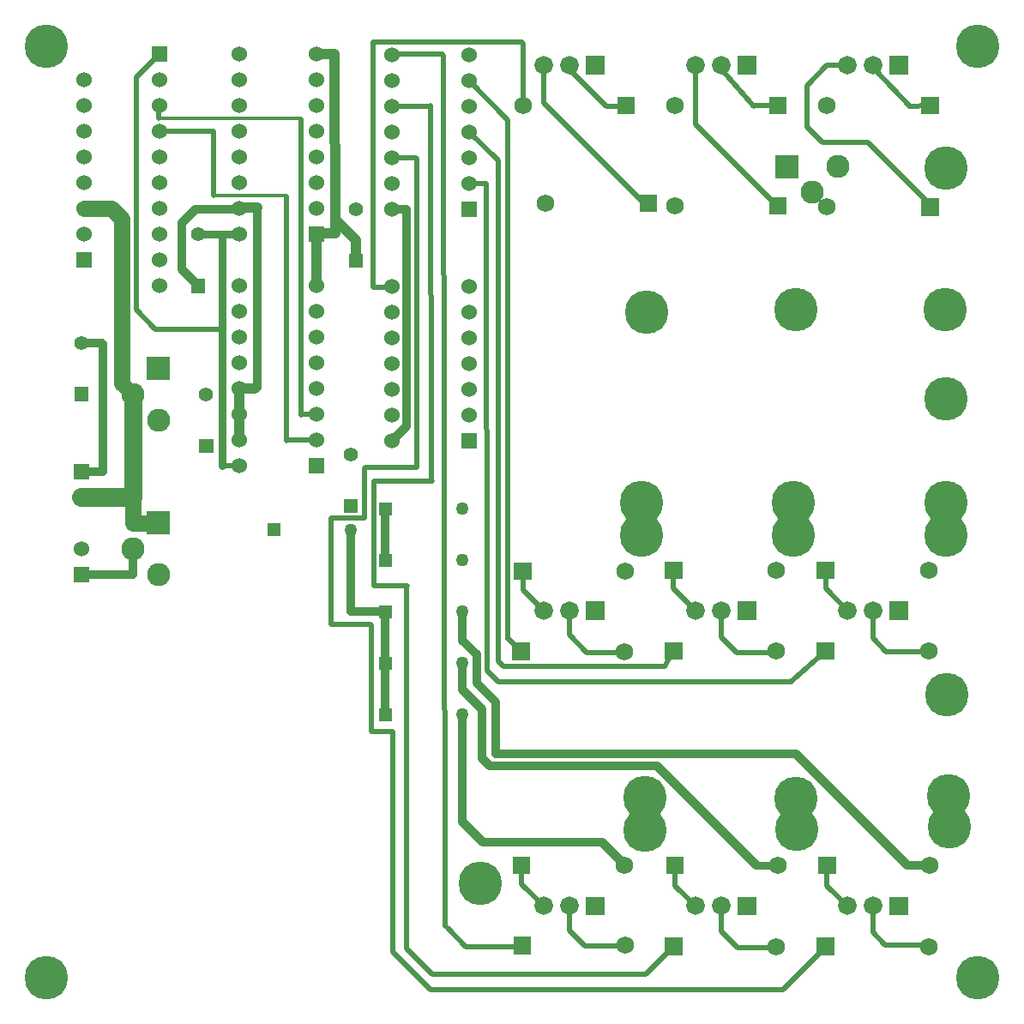
<source format=gbl>
G04 start of page 3 for group 1 idx 1 *
G04 Title: (unknown), ground *
G04 Creator: pcb 20110918 *
G04 CreationDate: Sat 30 Nov 2013 01:26:29 GMT UTC *
G04 For: ksarkies *
G04 Format: Gerber/RS-274X *
G04 PCB-Dimensions: 393701 393701 *
G04 PCB-Coordinate-Origin: lower left *
%MOIN*%
%FSLAX25Y25*%
%LNBOTTOM*%
%ADD74C,0.0420*%
%ADD73C,0.0200*%
%ADD72C,0.0380*%
%ADD71C,0.0300*%
%ADD70C,0.0280*%
%ADD69C,0.1215*%
%ADD68C,0.0815*%
%ADD67C,0.1691*%
%ADD66C,0.0680*%
%ADD65C,0.0720*%
%ADD64C,0.0500*%
%ADD63C,0.0900*%
%ADD62C,0.0550*%
%ADD61C,0.0001*%
%ADD60C,0.0600*%
%ADD59C,0.0247*%
%ADD58C,0.0147*%
%ADD57C,0.0647*%
%ADD56C,0.0747*%
%ADD55C,0.0697*%
%ADD54C,0.0597*%
%ADD53C,0.0397*%
%ADD52C,0.0297*%
%ADD51C,0.0347*%
%ADD50C,0.0197*%
G54D50*X151305Y25853D02*X165846Y11312D01*
X151305Y111527D02*Y25853D01*
G54D51*X186239Y68510D02*X178365Y76384D01*
G54D50*X179547Y27959D02*X172461Y35045D01*
X166677Y17053D02*X156558Y27172D01*
X302821Y11312D02*X319468Y27959D01*
X342696Y28604D02*X358823D01*
X337972Y33328D02*X342696Y28604D01*
X299879Y27425D02*X300413Y27959D01*
X285318Y27425D02*X299879D01*
X278917Y43707D02*Y33826D01*
X165846Y11312D02*X302821D01*
X278917Y33826D02*X285318Y27425D01*
X241451Y28211D02*X241593Y28353D01*
X225975Y28211D02*X241451D01*
X249507Y17053D02*X166677D01*
X249661Y17207D02*X260413Y27959D01*
X219861Y34325D02*X225975Y28211D01*
X219861Y43707D02*Y34325D01*
X201358Y27959D02*X179547D01*
X261043Y51581D02*X268917Y43707D01*
X201358Y52210D02*X209861Y43707D01*
G54D51*X292539Y59455D02*X253956Y98038D01*
G54D52*X301043Y59455D02*X292539D01*
G54D51*X232696Y68510D02*X186239D01*
X241358Y59849D02*X232696Y68510D01*
G54D50*X241358Y59455D02*Y59849D01*
X261043Y59455D02*Y51581D01*
X201358Y59455D02*Y52210D01*
G54D51*X178365Y118117D02*Y76384D01*
G54D50*X156558Y168103D02*Y27053D01*
X156798Y168103D02*X156558D01*
X143052Y111527D02*X151305D01*
X143052Y152792D02*Y111527D01*
X142659Y153185D02*X143052Y152792D01*
G54D51*X148365Y158117D02*Y138117D01*
Y118117D01*
G54D50*X156558Y168103D02*X143881D01*
X84802Y267941D02*X58950D01*
G54D53*X91751Y244967D02*Y234967D01*
X97470Y244967D02*X91751D01*
G54D51*X38394Y262605D02*X30255D01*
G54D50*X91751Y214967D02*X84802D01*
Y214574D01*
G54D53*X91751Y234967D02*Y224967D01*
G54D50*X160737Y333965D02*Y214100D01*
X150806Y284186D02*X143985D01*
X150806Y284416D02*Y284186D01*
G54D51*Y314416D02*X156542D01*
G54D50*X156693Y314567D01*
G54D51*Y230303D01*
G54D50*X166008Y354809D02*X166401Y208703D01*
X160286Y334416D02*X160737Y333965D01*
X150806Y334416D02*X160286D01*
X143526Y379170D02*Y284186D01*
X150806Y374416D02*Y374753D01*
X149886D01*
G54D51*X38532Y262211D02*Y212605D01*
G54D50*X38857D02*X38532D01*
G54D54*X45981Y246879D02*X50255Y242605D01*
G54D55*Y217605D01*
G54D56*Y202605D02*X30255D01*
G54D51*X50255Y172605D02*X30255D01*
X38532Y212605D02*X30255D01*
G54D57*X60255Y192605D02*X50255D01*
G54D50*Y217605D02*Y202605D01*
G54D51*Y182605D02*Y172605D01*
G54D55*Y217605D02*Y202605D01*
G54D57*Y192605D01*
G54D53*X121751Y304967D02*Y284967D01*
G54D50*X115588Y349558D02*Y234967D01*
G54D53*X128700Y374967D02*X129093Y305337D01*
G54D50*X109868Y319558D02*Y224967D01*
G54D53*X91751Y314967D02*Y315114D01*
G54D52*X84802Y304883D02*Y214967D01*
G54D53*X91751Y315114D02*X92633D01*
G54D51*X91751Y314548D02*X74784D01*
X69291Y309055D01*
Y291024D01*
X75591Y284725D01*
G54D50*X60648Y354963D02*X60255D01*
G54D51*X98645Y315000D02*Y245261D01*
G54D53*X128889Y305199D02*X122144Y305010D01*
X121751Y304967D02*Y305010D01*
X122144D01*
X137008Y294173D02*Y302615D01*
X129064Y310560D01*
G54D50*X51483Y365798D02*X60648Y374963D01*
X51483Y275408D02*Y365798D01*
X58950Y267941D02*X51483Y275408D01*
G54D57*X45981Y310778D02*Y246879D01*
X41796Y314963D02*X45981Y310778D01*
X31434Y314963D02*X41796D01*
G54D50*X60255Y354963D02*Y349951D01*
X170687Y374725D02*X149886Y374753D01*
G54D53*X128700Y374837D02*X121751Y374967D01*
G54D50*X166008Y354401D02*X150806Y354416D01*
X196063Y349213D02*X180806Y364416D01*
X202026Y378980D02*Y354731D01*
X201744Y379588D02*X143772Y379601D01*
X201987Y354731D02*X202026D01*
X335846Y340401D02*X358917Y317330D01*
X318523Y340558D02*X335373Y340479D01*
X352249Y354418D02*X338912Y368598D01*
X360098Y354731D02*X352121Y354637D01*
X327972Y370479D02*X320098D01*
X268917Y347487D02*X301043Y315361D01*
X304350Y331109D02*Y330373D01*
X268917Y370479D02*Y347487D01*
X291726Y354437D02*X279946Y367687D01*
X301043Y354731D02*X291657Y354761D01*
X312224Y346463D02*X318129Y340558D01*
X312224Y362605D02*Y346463D01*
X320098Y370479D02*X312224Y362605D01*
X209861Y355934D02*X250400Y315395D01*
X209861Y370479D02*Y355934D01*
X234231Y354501D02*X218483Y370249D01*
X240765Y354449D02*X234387D01*
G54D53*X98645Y315000D02*X92633Y315114D01*
G54D51*X98645Y315261D02*Y315000D01*
G54D58*X109868Y319951D02*X81658Y319817D01*
X115634Y349824D02*X60255Y349951D01*
G54D50*X81744Y344963D02*X81658Y319951D01*
X81744Y344963D02*X60648D01*
G54D52*X91751Y304967D02*X75591Y304725D01*
G54D59*X84802Y304883D03*
G54D50*X192177Y138714D02*X194142Y136749D01*
X192177Y139430D02*Y138714D01*
X187853Y135107D02*X192177Y130784D01*
G54D51*X183924Y130391D02*X191391Y122924D01*
G54D50*X195974Y147683D02*X201160Y142622D01*
G54D51*X185889Y101182D02*X189033Y98038D01*
X185889Y120173D02*Y101182D01*
X178365Y127697D02*X185889Y120173D01*
G54D50*X191391Y103548D02*X192177Y102762D01*
G54D51*X307893D02*X191391Y102881D01*
Y122924D02*Y103548D01*
X178365Y138117D02*Y127697D01*
X183924Y141395D02*Y130391D01*
X178365Y146954D02*X183924Y141395D01*
G54D50*X306299Y130709D02*X192177Y130784D01*
X260413Y142762D02*X257013Y136749D01*
X194184D01*
G54D51*X253956Y98038D02*X188995D01*
G54D50*X359280Y142574D02*X359468Y142762D01*
X358823Y28604D02*X359468Y27959D01*
X343089Y142574D02*X359280D01*
X319468Y142762D02*X305906Y130709D01*
X337972Y147691D02*X343089Y142574D01*
X319468Y167014D02*X327972Y158510D01*
X319468Y174258D02*Y167014D01*
X337972Y158510D02*Y147691D01*
Y43707D02*Y33328D01*
G54D51*X351200Y59455D02*X307893Y102762D01*
G54D50*X320098Y51581D02*X327972Y43707D01*
X320098Y59455D02*Y51581D01*
G54D51*X360098Y59455D02*X351200D01*
G54D50*X299832Y142181D02*X300413Y142762D01*
X284925Y142181D02*X299832D01*
X278917Y148189D02*X284925Y142181D01*
X278917Y158510D02*Y148189D01*
X219861Y149081D02*X226761Y142181D01*
X219861Y158510D02*Y149081D01*
X240719Y142181D02*X241160Y142622D01*
X226761Y142181D02*X240719D01*
X260413Y167014D02*X268917Y158510D01*
X260413Y174258D02*Y167014D01*
X201987Y166384D02*X209861Y158510D01*
X201987Y174258D02*Y166384D01*
X127332Y153185D02*X142659D01*
G54D51*X148365Y158117D02*X135058D01*
G54D50*X127332Y194439D02*Y153185D01*
G54D51*X135058Y189928D02*Y158117D01*
G54D50*X140694Y214100D02*X140301Y213707D01*
G54D51*X178365Y158117D02*Y146954D01*
X148365Y198117D02*Y178117D01*
G54D50*X143838Y208991D02*Y168103D01*
X140301Y194439D02*X127332D01*
X140301Y213707D02*Y194439D01*
X121751Y224967D02*X109868D01*
X121751Y234967D02*X115588D01*
Y234574D01*
X109868Y224967D02*Y224574D01*
X160737Y214100D02*X140694D01*
X166479Y208760D02*X143935Y208991D01*
X170888Y374023D02*X171785Y35722D01*
X187678Y324023D02*X187853Y135107D01*
X187677Y324410D02*X180806Y324416D01*
X192219Y332999D02*X192177Y139430D01*
X192218Y333465D02*X180806Y344416D01*
X196063Y349213D02*X195974Y147517D01*
G54D51*X156693Y230303D02*X150806Y224416D01*
G54D60*X60648Y344963D03*
Y334963D03*
Y324963D03*
Y314963D03*
G54D61*G36*
X57648Y377963D02*Y371963D01*
X63648D01*
Y377963D01*
X57648D01*
G37*
G54D60*X60648Y364963D03*
Y354963D03*
Y304963D03*
Y294963D03*
G54D61*G36*
X72841Y287475D02*Y281975D01*
X78341D01*
Y287475D01*
X72841D01*
G37*
G54D62*X75591Y304725D03*
G54D60*X60648Y284963D03*
G54D61*G36*
X55755Y257105D02*Y248105D01*
X64755D01*
Y257105D01*
X55755D01*
G37*
G54D63*X50255Y242605D03*
X60255Y232605D03*
G54D61*G36*
X27255Y215605D02*Y209605D01*
X33255D01*
Y215605D01*
X27255D01*
G37*
G54D60*X30255Y202605D03*
G54D61*G36*
X27255Y175605D02*Y169605D01*
X33255D01*
Y175605D01*
X27255D01*
G37*
G54D60*X30255Y182605D03*
G54D61*G36*
X27505Y245355D02*Y239855D01*
X33005D01*
Y245355D01*
X27505D01*
G37*
G54D62*X30255Y262605D03*
G54D61*G36*
X55755Y197105D02*Y188105D01*
X64755D01*
Y197105D01*
X55755D01*
G37*
G54D63*X50255Y182605D03*
X60255Y172605D03*
G54D61*G36*
X28434Y297963D02*Y291963D01*
X34434D01*
Y297963D01*
X28434D01*
G37*
G54D60*X31434Y304963D03*
Y314963D03*
Y324963D03*
Y334963D03*
Y344963D03*
Y354963D03*
Y364963D03*
G54D61*G36*
X102558Y192428D02*Y187428D01*
X107558D01*
Y192428D01*
X102558D01*
G37*
G54D64*X135058Y189928D03*
G54D61*G36*
X118751Y217967D02*Y211967D01*
X124751D01*
Y217967D01*
X118751D01*
G37*
G36*
X75990Y225270D02*Y219770D01*
X81490D01*
Y225270D01*
X75990D01*
G37*
G54D62*X78740Y242520D03*
G54D61*G36*
X132289Y201963D02*Y196463D01*
X137789D01*
Y201963D01*
X132289D01*
G37*
G54D62*X135039Y219213D03*
G54D60*X91751Y374967D03*
Y364967D03*
Y354967D03*
Y344967D03*
Y334967D03*
Y324967D03*
Y314967D03*
Y304967D03*
Y284967D03*
Y274967D03*
Y264967D03*
Y254967D03*
Y244967D03*
Y234967D03*
Y224967D03*
Y214967D03*
G54D61*G36*
X226261Y47307D02*Y40107D01*
X233461D01*
Y47307D01*
X226261D01*
G37*
G54D65*X219861Y43707D03*
X209861D03*
G54D61*G36*
X198193Y31753D02*Y24953D01*
X204993D01*
Y31753D01*
X198193D01*
G37*
G54D66*X241593Y28353D03*
G54D61*G36*
X197958Y62855D02*Y56055D01*
X204758D01*
Y62855D01*
X197958D01*
G37*
G36*
X198352Y177187D02*Y170387D01*
X205152D01*
Y177187D01*
X198352D01*
G37*
G36*
X145865Y180617D02*Y175617D01*
X150865D01*
Y180617D01*
X145865D01*
G37*
G54D64*X178365Y178117D03*
G54D61*G36*
X145865Y200617D02*Y195617D01*
X150865D01*
Y200617D01*
X145865D01*
G37*
G54D64*X178365Y198117D03*
G54D66*X241752Y173787D03*
X241160Y142622D03*
G54D61*G36*
X197760Y146022D02*Y139222D01*
X204560D01*
Y146022D01*
X197760D01*
G37*
G54D64*X178365Y118117D03*
Y138117D03*
Y158117D03*
G54D61*G36*
X145865Y120617D02*Y115617D01*
X150865D01*
Y120617D01*
X145865D01*
G37*
G36*
Y140617D02*Y135617D01*
X150865D01*
Y140617D01*
X145865D01*
G37*
G36*
Y160617D02*Y155617D01*
X150865D01*
Y160617D01*
X145865D01*
G37*
G36*
X226261Y162110D02*Y154910D01*
X233461D01*
Y162110D01*
X226261D01*
G37*
G54D65*X219861Y158510D03*
X209861D03*
G54D66*X241358Y59455D03*
G54D61*G36*
X316698Y62855D02*Y56055D01*
X323498D01*
Y62855D01*
X316698D01*
G37*
G54D66*X360098Y59455D03*
G54D61*G36*
X257643Y62855D02*Y56055D01*
X264443D01*
Y62855D01*
X257643D01*
G37*
G54D66*X301043Y59455D03*
G54D61*G36*
X257013Y31359D02*Y24559D01*
X263813D01*
Y31359D01*
X257013D01*
G37*
G54D66*X300413Y27959D03*
G54D61*G36*
X316068Y31359D02*Y24559D01*
X322868D01*
Y31359D01*
X316068D01*
G37*
G54D66*X359468Y27959D03*
G54D61*G36*
X285317Y47307D02*Y40107D01*
X292517D01*
Y47307D01*
X285317D01*
G37*
G54D65*X278917Y43707D03*
X268917D03*
G54D61*G36*
X344372Y47307D02*Y40107D01*
X351572D01*
Y47307D01*
X344372D01*
G37*
G54D65*X337972Y43707D03*
X327972D03*
G54D61*G36*
X257013Y177658D02*Y170858D01*
X263813D01*
Y177658D01*
X257013D01*
G37*
G36*
Y146162D02*Y139362D01*
X263813D01*
Y146162D01*
X257013D01*
G37*
G54D66*X300413Y174258D03*
G54D61*G36*
X316068Y177658D02*Y170858D01*
X322868D01*
Y177658D01*
X316068D01*
G37*
G54D66*X359468Y174258D03*
G54D61*G36*
X344372Y162110D02*Y154910D01*
X351572D01*
Y162110D01*
X344372D01*
G37*
G54D65*X337972Y158510D03*
X327972D03*
G54D61*G36*
X316068Y146162D02*Y139362D01*
X322868D01*
Y146162D01*
X316068D01*
G37*
G54D66*X359468Y142762D03*
G54D61*G36*
X285317Y162110D02*Y154910D01*
X292517D01*
Y162110D01*
X285317D01*
G37*
G54D66*X300413Y142762D03*
G54D65*X278917Y158510D03*
X268917D03*
G54D61*G36*
X118751Y307967D02*Y301967D01*
X124751D01*
Y307967D01*
X118751D01*
G37*
G54D60*X121751Y314967D03*
Y324967D03*
Y334967D03*
Y344967D03*
Y354967D03*
Y364967D03*
Y374967D03*
G54D61*G36*
X297643Y319154D02*Y312354D01*
X304443D01*
Y319154D01*
X297643D01*
G37*
G54D66*X261043Y315754D03*
G54D61*G36*
X247189Y320172D02*Y313372D01*
X253989D01*
Y320172D01*
X247189D01*
G37*
G54D66*X210589Y316772D03*
G54D61*G36*
X177806Y317416D02*Y311416D01*
X183806D01*
Y317416D01*
X177806D01*
G37*
G54D60*X180806Y324416D03*
G54D61*G36*
X238587Y358131D02*Y351331D01*
X245387D01*
Y358131D01*
X238587D01*
G37*
G36*
X226261Y374079D02*Y366879D01*
X233461D01*
Y374079D01*
X226261D01*
G37*
G54D65*X219861Y370479D03*
X209861D03*
G54D60*X121751Y224967D03*
Y234967D03*
Y244967D03*
Y254967D03*
Y264967D03*
Y274967D03*
Y284967D03*
G54D61*G36*
X134258Y297317D02*Y291817D01*
X139758D01*
Y297317D01*
X134258D01*
G37*
G54D62*X137008Y314567D03*
G54D61*G36*
X177806Y227416D02*Y221416D01*
X183806D01*
Y227416D01*
X177806D01*
G37*
G54D60*X180806Y234416D03*
Y244416D03*
Y254416D03*
Y264416D03*
Y274416D03*
Y284416D03*
X150806D03*
Y274416D03*
Y264416D03*
Y254416D03*
Y244416D03*
Y234416D03*
Y224416D03*
G54D66*X201987Y354731D03*
G54D60*X180806Y334416D03*
Y344416D03*
Y354416D03*
Y364416D03*
Y374416D03*
X150806D03*
Y364416D03*
Y354416D03*
Y344416D03*
Y334416D03*
Y324416D03*
Y314416D03*
G54D66*X261043Y354731D03*
G54D61*G36*
X285317Y374079D02*Y366879D01*
X292517D01*
Y374079D01*
X285317D01*
G37*
G54D65*X278917Y370479D03*
X268917D03*
G54D61*G36*
X299850Y335609D02*Y326609D01*
X308850D01*
Y335609D01*
X299850D01*
G37*
G54D63*X314350Y321109D03*
G54D66*X320098Y315361D03*
G54D63*X324350Y331109D03*
G54D61*G36*
X297643Y358131D02*Y351331D01*
X304443D01*
Y358131D01*
X297643D01*
G37*
G36*
X356698D02*Y351331D01*
X363498D01*
Y358131D01*
X356698D01*
G37*
G54D66*X320098Y354731D03*
G54D61*G36*
X344372Y374079D02*Y366879D01*
X351572D01*
Y374079D01*
X344372D01*
G37*
G54D65*X337972Y370479D03*
X327972D03*
G54D61*G36*
X356698Y318761D02*Y311961D01*
X363498D01*
Y318761D01*
X356698D01*
G37*
G54D67*X249162Y73013D03*
X249232Y85833D03*
X185433Y52362D03*
X367569Y74341D03*
X367455Y86375D03*
X366669Y125675D03*
X378767Y15762D03*
X308290Y73595D03*
X308071Y85630D03*
X16728Y15845D03*
X308112Y275408D03*
X249948Y274622D03*
X366276Y240824D03*
X365883Y275408D03*
X366276Y330428D03*
X378767Y377967D03*
X16562D03*
X307087Y187992D03*
Y200591D03*
X248031Y187992D03*
Y200590D03*
X366142Y187992D03*
Y200591D03*
G54D68*G54D69*G54D68*G54D69*G54D68*G54D69*G54D68*G54D70*G54D71*G54D70*G54D60*G54D71*G54D60*G54D72*G54D73*G54D70*G54D71*G54D70*G54D74*G54D72*G54D73*G54D72*G54D73*G54D74*G54D72*G54D74*G54D72*G54D74*G54D72*G54D74*G54D72*G54D74*G54D70*G54D72*G54D70*G54D72*G54D74*G54D70*G54D71*G54D70*G54D72*G54D70*G54D72*G54D74*G54D60*G54D72*G54D60*G54D72*G54D74*G54D72*M02*

</source>
